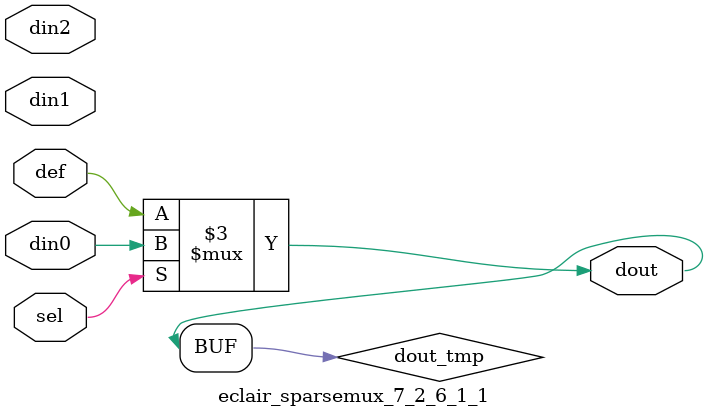
<source format=v>
`timescale 1ns / 1ps

module eclair_sparsemux_7_2_6_1_1 (din0,din1,din2,def,sel,dout);

parameter din0_WIDTH = 1;

parameter din1_WIDTH = 1;

parameter din2_WIDTH = 1;

parameter def_WIDTH = 1;
parameter sel_WIDTH = 1;
parameter dout_WIDTH = 1;

parameter [sel_WIDTH-1:0] CASE0 = 1;

parameter [sel_WIDTH-1:0] CASE1 = 1;

parameter [sel_WIDTH-1:0] CASE2 = 1;

parameter ID = 1;
parameter NUM_STAGE = 1;



input [din0_WIDTH-1:0] din0;

input [din1_WIDTH-1:0] din1;

input [din2_WIDTH-1:0] din2;

input [def_WIDTH-1:0] def;
input [sel_WIDTH-1:0] sel;

output [dout_WIDTH-1:0] dout;



reg [dout_WIDTH-1:0] dout_tmp;


always @ (*) begin
(* parallel_case *) case (sel)
    
    CASE0 : dout_tmp = din0;
    
    CASE1 : dout_tmp = din1;
    
    CASE2 : dout_tmp = din2;
    
    default : dout_tmp = def;
endcase
end


assign dout = dout_tmp;



endmodule

</source>
